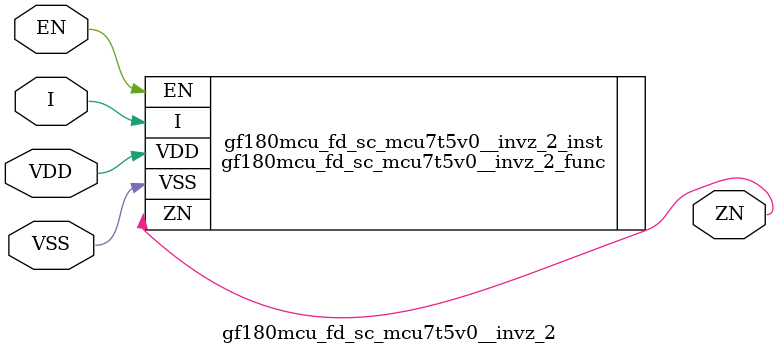
<source format=v>

module gf180mcu_fd_sc_mcu7t5v0__invz_2( EN, ZN, I, VDD, VSS );
input EN, I;
inout VDD, VSS;
output ZN;

   `ifdef FUNCTIONAL  //  functional //

	gf180mcu_fd_sc_mcu7t5v0__invz_2_func gf180mcu_fd_sc_mcu7t5v0__invz_2_behav_inst(.EN(EN),.ZN(ZN),.I(I),.VDD(VDD),.VSS(VSS));

   `else

	gf180mcu_fd_sc_mcu7t5v0__invz_2_func gf180mcu_fd_sc_mcu7t5v0__invz_2_inst(.EN(EN),.ZN(ZN),.I(I),.VDD(VDD),.VSS(VSS));

	// spec_gates_begin


	// spec_gates_end



   specify

	// specify_block_begin

	// comb arc EN --> ZN
	 (EN => ZN) = (1.0,1.0);

	// comb arc I --> ZN
	 (I => ZN) = (1.0,1.0);

	// specify_block_end

   endspecify

   `endif

endmodule

</source>
